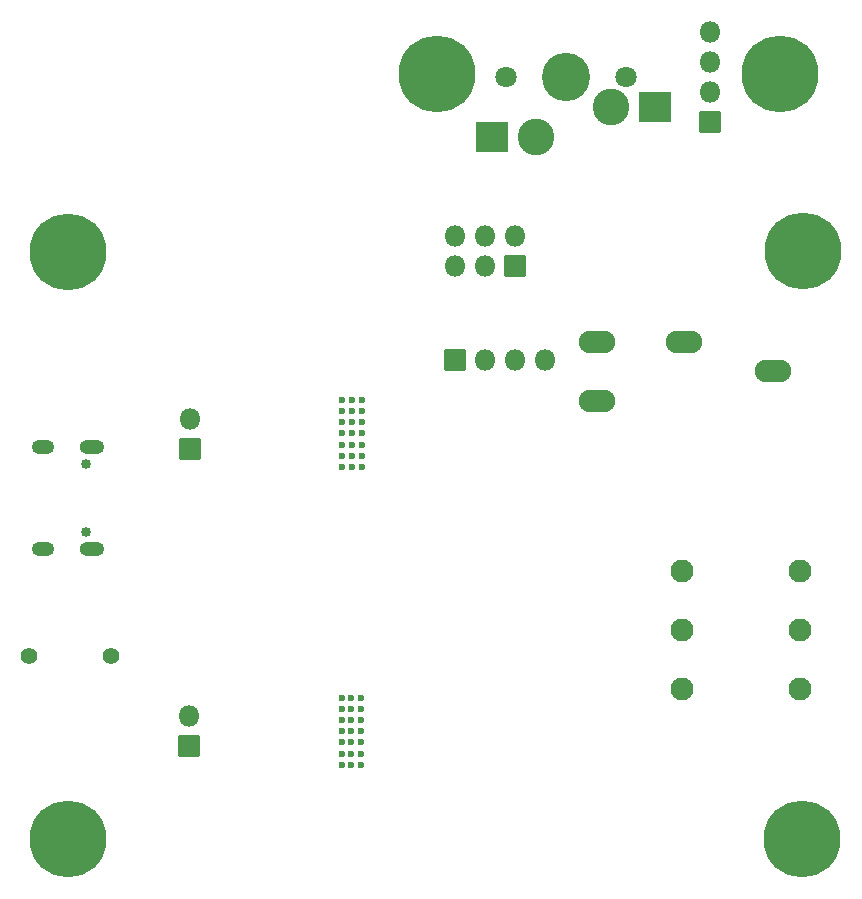
<source format=gbr>
%TF.GenerationSoftware,KiCad,Pcbnew,8.0.7*%
%TF.CreationDate,2024-12-24T17:50:32+01:00*%
%TF.ProjectId,AudioInterface,41756469-6f49-46e7-9465-72666163652e,1.1*%
%TF.SameCoordinates,Original*%
%TF.FileFunction,Soldermask,Bot*%
%TF.FilePolarity,Negative*%
%FSLAX46Y46*%
G04 Gerber Fmt 4.6, Leading zero omitted, Abs format (unit mm)*
G04 Created by KiCad (PCBNEW 8.0.7) date 2024-12-24 17:50:32*
%MOMM*%
%LPD*%
G01*
G04 APERTURE LIST*
G04 Aperture macros list*
%AMRoundRect*
0 Rectangle with rounded corners*
0 $1 Rounding radius*
0 $2 $3 $4 $5 $6 $7 $8 $9 X,Y pos of 4 corners*
0 Add a 4 corners polygon primitive as box body*
4,1,4,$2,$3,$4,$5,$6,$7,$8,$9,$2,$3,0*
0 Add four circle primitives for the rounded corners*
1,1,$1+$1,$2,$3*
1,1,$1+$1,$4,$5*
1,1,$1+$1,$6,$7*
1,1,$1+$1,$8,$9*
0 Add four rect primitives between the rounded corners*
20,1,$1+$1,$2,$3,$4,$5,0*
20,1,$1+$1,$4,$5,$6,$7,0*
20,1,$1+$1,$6,$7,$8,$9,0*
20,1,$1+$1,$8,$9,$2,$3,0*%
G04 Aperture macros list end*
%ADD10C,0.600000*%
%ADD11C,0.900000*%
%ADD12C,6.500000*%
%ADD13C,1.950000*%
%ADD14RoundRect,0.050000X-0.850000X0.850000X-0.850000X-0.850000X0.850000X-0.850000X0.850000X0.850000X0*%
%ADD15O,1.800000X1.800000*%
%ADD16C,1.801800*%
%ADD17C,3.100000*%
%ADD18C,4.087800*%
%ADD19RoundRect,0.050000X1.275000X1.250000X-1.275000X1.250000X-1.275000X-1.250000X1.275000X-1.250000X0*%
%ADD20RoundRect,0.050000X0.850000X0.850000X-0.850000X0.850000X-0.850000X-0.850000X0.850000X-0.850000X0*%
%ADD21RoundRect,0.050000X0.850000X-0.850000X0.850000X0.850000X-0.850000X0.850000X-0.850000X-0.850000X0*%
%ADD22O,3.100000X1.900000*%
%ADD23C,1.400000*%
%ADD24C,0.850000*%
%ADD25O,2.100000X1.200000*%
%ADD26O,1.900000X1.200000*%
G04 APERTURE END LIST*
D10*
%TO.C,U5*%
X19850000Y26981404D03*
X19850000Y27929670D03*
X19850000Y28877936D03*
X19850000Y29826202D03*
X19850000Y30774468D03*
X19850000Y31722734D03*
X19850000Y32671000D03*
X19020000Y26981404D03*
X19020000Y27929670D03*
X19020000Y28877936D03*
X19020000Y29826202D03*
X19020000Y30774468D03*
X19020000Y31722734D03*
X19020000Y32671000D03*
X18190000Y26981404D03*
X18190000Y27929670D03*
X18190000Y28877936D03*
X18190000Y29826202D03*
X18190000Y30774468D03*
X18190000Y31722734D03*
X18190000Y32671000D03*
%TD*%
%TO.C,U4*%
X19808000Y1759202D03*
X19808000Y2707468D03*
X19808000Y3655734D03*
X19808000Y4604000D03*
X19808000Y5552266D03*
X19808000Y6500532D03*
X19808000Y7448798D03*
X18978000Y1759202D03*
X18978000Y2707468D03*
X18978000Y3655734D03*
X18978000Y4604000D03*
X18978000Y5552266D03*
X18978000Y6500532D03*
X18978000Y7448798D03*
X18148000Y1759202D03*
X18148000Y2707468D03*
X18148000Y3655734D03*
X18148000Y4604000D03*
X18148000Y5552266D03*
X18148000Y6500532D03*
X18148000Y7448798D03*
%TD*%
D11*
%TO.C,H6*%
X55236944Y57830000D03*
X53539888Y58532944D03*
X56934000Y58532944D03*
X52836944Y60230000D03*
D12*
X55236944Y60230000D03*
D11*
X57636944Y60230000D03*
X53539888Y61927056D03*
X56934000Y61927056D03*
X55236944Y62630000D03*
%TD*%
%TO.C,H5*%
X26200000Y57830000D03*
X24502944Y58532944D03*
X27897056Y58532944D03*
X23800000Y60230000D03*
D12*
X26200000Y60230000D03*
D11*
X28600000Y60230000D03*
X24502944Y61927056D03*
X27897056Y61927056D03*
X26200000Y62630000D03*
%TD*%
%TO.C,H4*%
X54788000Y45243998D03*
X55490944Y46941054D03*
X55490944Y43546942D03*
X57188000Y47643998D03*
D12*
X57188000Y45243998D03*
D11*
X57188000Y42843998D03*
X58885056Y46941054D03*
X58885056Y43546942D03*
X59588000Y45243998D03*
%TD*%
%TO.C,H3*%
X54751896Y-4503896D03*
X55454840Y-2806840D03*
X55454840Y-6200952D03*
X57151896Y-2103896D03*
D12*
X57151896Y-4503896D03*
D11*
X57151896Y-6903896D03*
X58848952Y-2806840D03*
X58848952Y-6200952D03*
X59551896Y-4503896D03*
%TD*%
%TO.C,H2*%
X-7442000Y-4540000D03*
X-6739056Y-2842944D03*
X-6739056Y-6237056D03*
X-5042000Y-2140000D03*
D12*
X-5042000Y-4540000D03*
D11*
X-5042000Y-6940000D03*
X-3344944Y-2842944D03*
X-3344944Y-6237056D03*
X-2642000Y-4540000D03*
%TD*%
%TO.C,H1*%
X-7405896Y45207894D03*
X-6702952Y46904950D03*
X-6702952Y43510838D03*
X-5005896Y47607894D03*
D12*
X-5005896Y45207894D03*
D11*
X-5005896Y42807894D03*
X-3308840Y46904950D03*
X-3308840Y43510838D03*
X-2605896Y45207894D03*
%TD*%
D13*
%TO.C,Pt1*%
X46934000Y18160000D03*
X46934000Y13160000D03*
X46934000Y8160000D03*
X56934000Y18160000D03*
X56934000Y13160000D03*
X56934000Y8160000D03*
%TD*%
D14*
%TO.C,J2*%
X32804000Y43974000D03*
D15*
X32804000Y46514000D03*
X30264000Y43974000D03*
X30264000Y46514000D03*
X27724000Y43974000D03*
X27724000Y46514000D03*
%TD*%
D16*
%TO.C,S1*%
X42211000Y60014000D03*
D17*
X40941000Y57474000D03*
D18*
X37131000Y60014000D03*
D17*
X34591000Y54934000D03*
D16*
X32051000Y60014000D03*
D19*
X30841000Y54934000D03*
X44691000Y57474000D03*
%TD*%
D20*
%TO.C,J8*%
X49314000Y56166000D03*
D15*
X49314000Y58706000D03*
X49314000Y61246000D03*
X49314000Y63786000D03*
%TD*%
%TO.C,J7*%
X35354000Y36041500D03*
X32814000Y36041500D03*
X30274000Y36041500D03*
D21*
X27734000Y36041500D03*
%TD*%
D22*
%TO.C,J4*%
X54648000Y35084000D03*
X47148000Y37584000D03*
X39748000Y37584000D03*
X39748000Y32584000D03*
%TD*%
D15*
%TO.C,J6*%
X5304000Y31015000D03*
D20*
X5304000Y28475000D03*
%TD*%
D15*
%TO.C,J5*%
X5245000Y5869000D03*
D20*
X5245000Y3329000D03*
%TD*%
D23*
%TO.C,J3*%
X-1344000Y10954000D03*
X-8344000Y10954000D03*
%TD*%
D24*
%TO.C,J1*%
X-3492500Y27213500D03*
X-3492500Y21433500D03*
D25*
X-2962500Y28643500D03*
D26*
X-7142500Y28643500D03*
D25*
X-2962500Y20003500D03*
D26*
X-7142500Y20003500D03*
%TD*%
M02*

</source>
